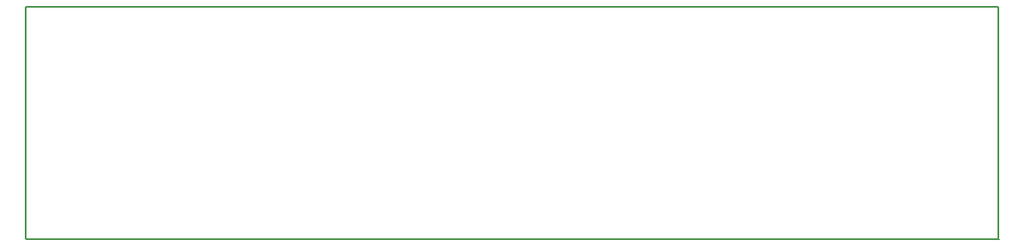
<source format=gko>
G04 Layer_Color=16711935*
%FSAX25Y25*%
%MOIN*%
G70*
G01*
G75*
%ADD56C,0.00787*%
D56*
X0223465Y0461850D02*
X0602126D01*
X0602402Y0461575D01*
Y0371339D02*
Y0461575D01*
Y0371339D02*
X0602480Y0371260D01*
X0223819D02*
X0602480D01*
X0223465Y0371614D02*
X0223819Y0371260D01*
X0223465Y0371614D02*
Y0461850D01*
M02*

</source>
